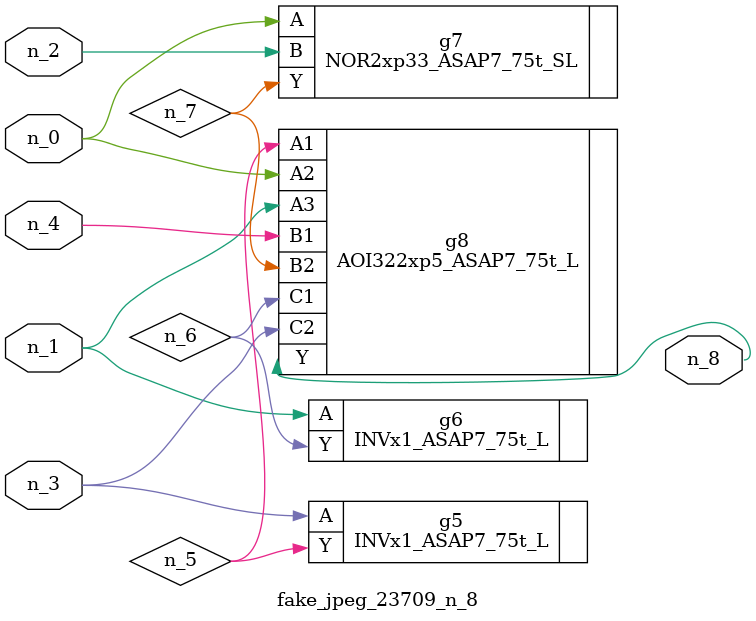
<source format=v>
module fake_jpeg_23709_n_8 (n_3, n_2, n_1, n_0, n_4, n_8);

input n_3;
input n_2;
input n_1;
input n_0;
input n_4;

output n_8;

wire n_6;
wire n_5;
wire n_7;

INVx1_ASAP7_75t_L g5 ( 
.A(n_3),
.Y(n_5)
);

INVx1_ASAP7_75t_L g6 ( 
.A(n_1),
.Y(n_6)
);

NOR2xp33_ASAP7_75t_SL g7 ( 
.A(n_0),
.B(n_2),
.Y(n_7)
);

AOI322xp5_ASAP7_75t_L g8 ( 
.A1(n_5),
.A2(n_0),
.A3(n_1),
.B1(n_4),
.B2(n_7),
.C1(n_6),
.C2(n_3),
.Y(n_8)
);


endmodule
</source>
